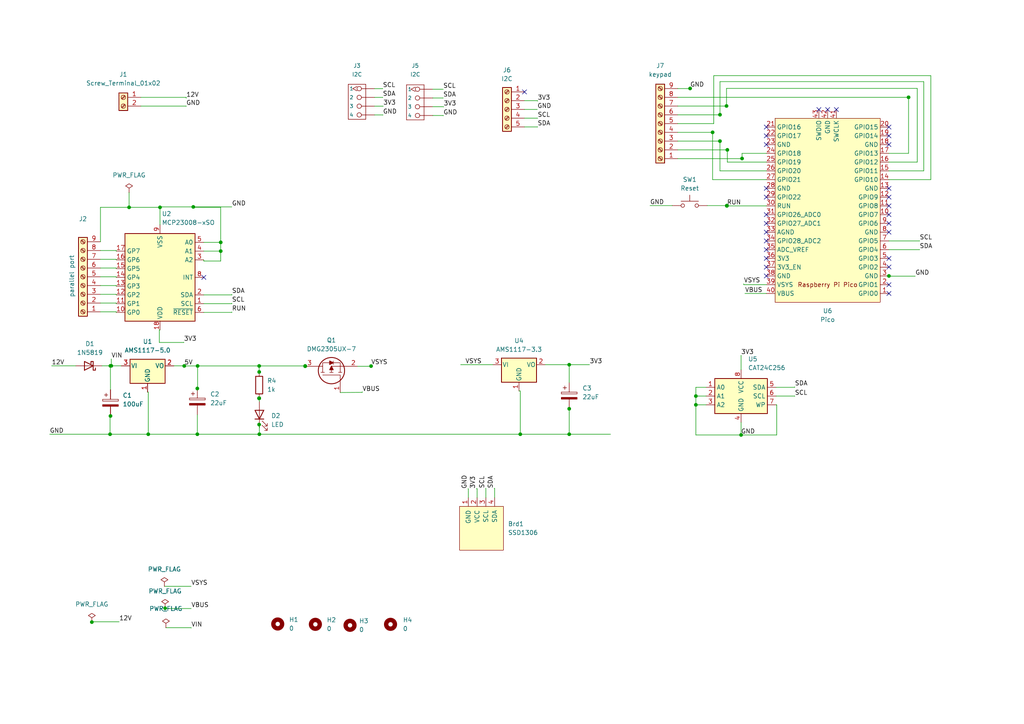
<source format=kicad_sch>
(kicad_sch (version 20211123) (generator eeschema)
  (paper "A4")
  (title_block (title "Bluetooth Low Energy Motor Control") (date "2024-08-18") (rev "1."))
  (lib_symbols
    (symbol "Connector:Screw_Terminal_01x02" (pin_names (offset 1.016) hide)
      (property "Reference" "J" (at 0 2.54 0))
      (property "Value" "Screw_Terminal_01x02" (at 0 -5.08 0))
      (symbol "Screw_Terminal_01x02_1_1"
        (rectangle (start -1.27 1.27) (end 1.27 -3.81) (stroke (width 0.254)) (fill (type background)))
        (circle (center 0 -2.54) (radius 0.635) (stroke (width 0.1524)))
        (polyline (pts (xy -0.5334 -2.2098) (xy 0.3302 -3.048)) (stroke (width 0.1524)))
        (polyline (pts (xy -0.5334 0.3302) (xy 0.3302 -0.508)) (stroke (width 0.1524)))
        (polyline (pts (xy -0.3556 -2.032) (xy 0.508 -2.8702)) (stroke (width 0.1524)))
        (polyline (pts (xy -0.3556 0.508) (xy 0.508 -0.3302)) (stroke (width 0.1524)))
        (circle (center 0 0) (radius 0.635) (stroke (width 0.1524)))
        (pin passive line (at -5.08 0 0) (length 3.81) (name "Pin_1") (number "1"))
        (pin passive line (at -5.08 -2.54 0) (length 3.81) (name "Pin_2") (number "2"))
      )
    )
    (symbol "Connector:Screw_Terminal_01x05" (pin_names (offset 1.016) hide)
      (property "Reference" "J" (at 0 7.62 0))
      (property "Value" "Screw_Terminal_01x05" (at 0 -7.62 0))
      (symbol "Screw_Terminal_01x05_1_1"
        (rectangle (start -1.27 6.35) (end 1.27 -6.35) (stroke (width 0.254)) (fill (type background)))
        (circle (center 0 -5.08) (radius 0.635) (stroke (width 0.1524)))
        (circle (center 0 -2.54) (radius 0.635) (stroke (width 0.1524)))
        (polyline (pts (xy -0.5334 -4.7498) (xy 0.3302 -5.588)) (stroke (width 0.1524)))
        (polyline (pts (xy -0.5334 -2.2098) (xy 0.3302 -3.048)) (stroke (width 0.1524)))
        (polyline (pts (xy -0.5334 0.3302) (xy 0.3302 -0.508)) (stroke (width 0.1524)))
        (polyline (pts (xy -0.5334 2.8702) (xy 0.3302 2.032)) (stroke (width 0.1524)))
        (polyline (pts (xy -0.5334 5.4102) (xy 0.3302 4.572)) (stroke (width 0.1524)))
        (polyline (pts (xy -0.3556 -4.572) (xy 0.508 -5.4102)) (stroke (width 0.1524)))
        (polyline (pts (xy -0.3556 -2.032) (xy 0.508 -2.8702)) (stroke (width 0.1524)))
        (polyline (pts (xy -0.3556 0.508) (xy 0.508 -0.3302)) (stroke (width 0.1524)))
        (polyline (pts (xy -0.3556 3.048) (xy 0.508 2.2098)) (stroke (width 0.1524)))
        (polyline (pts (xy -0.3556 5.588) (xy 0.508 4.7498)) (stroke (width 0.1524)))
        (circle (center 0 0) (radius 0.635) (stroke (width 0.1524)))
        (circle (center 0 2.54) (radius 0.635) (stroke (width 0.1524)))
        (circle (center 0 5.08) (radius 0.635) (stroke (width 0.1524)))
        (pin passive line (at -5.08 5.08 0) (length 3.81) (name "Pin_1") (number "1"))
        (pin passive line (at -5.08 2.54 0) (length 3.81) (name "Pin_2") (number "2"))
        (pin passive line (at -5.08 0 0) (length 3.81) (name "Pin_3") (number "3"))
        (pin passive line (at -5.08 -2.54 0) (length 3.81) (name "Pin_4") (number "4"))
        (pin passive line (at -5.08 -5.08 0) (length 3.81) (name "Pin_5") (number "5"))
      )
    )
    (symbol "Connector:Screw_Terminal_01x09" (pin_names (offset 1.016) hide)
      (property "Reference" "J" (at 0 12.7 0))
      (property "Value" "Screw_Terminal_01x09" (at 0 -12.7 0))
      (symbol "Screw_Terminal_01x09_1_1"
        (rectangle (start -1.27 11.43) (end 1.27 -11.43) (stroke (width 0.254)) (fill (type background)))
        (circle (center 0 -10.16) (radius 0.635) (stroke (width 0.1524)))
        (circle (center 0 -7.62) (radius 0.635) (stroke (width 0.1524)))
        (circle (center 0 -5.08) (radius 0.635) (stroke (width 0.1524)))
        (circle (center 0 -2.54) (radius 0.635) (stroke (width 0.1524)))
        (polyline (pts (xy -0.5334 -9.8298) (xy 0.3302 -10.668)) (stroke (width 0.1524)))
        (polyline (pts (xy -0.5334 -7.2898) (xy 0.3302 -8.128)) (stroke (width 0.1524)))
        (polyline (pts (xy -0.5334 -4.7498) (xy 0.3302 -5.588)) (stroke (width 0.1524)))
        (polyline (pts (xy -0.5334 -2.2098) (xy 0.3302 -3.048)) (stroke (width 0.1524)))
        (polyline (pts (xy -0.5334 0.3302) (xy 0.3302 -0.508)) (stroke (width 0.1524)))
        (polyline (pts (xy -0.5334 2.8702) (xy 0.3302 2.032)) (stroke (width 0.1524)))
        (polyline (pts (xy -0.5334 5.4102) (xy 0.3302 4.572)) (stroke (width 0.1524)))
        (polyline (pts (xy -0.5334 7.9502) (xy 0.3302 7.112)) (stroke (width 0.1524)))
        (polyline (pts (xy -0.5334 10.4902) (xy 0.3302 9.652)) (stroke (width 0.1524)))
        (polyline (pts (xy -0.3556 -9.652) (xy 0.508 -10.4902)) (stroke (width 0.1524)))
        (polyline (pts (xy -0.3556 -7.112) (xy 0.508 -7.9502)) (stroke (width 0.1524)))
        (polyline (pts (xy -0.3556 -4.572) (xy 0.508 -5.4102)) (stroke (width 0.1524)))
        (polyline (pts (xy -0.3556 -2.032) (xy 0.508 -2.8702)) (stroke (width 0.1524)))
        (polyline (pts (xy -0.3556 0.508) (xy 0.508 -0.3302)) (stroke (width 0.1524)))
        (polyline (pts (xy -0.3556 3.048) (xy 0.508 2.2098)) (stroke (width 0.1524)))
        (polyline (pts (xy -0.3556 5.588) (xy 0.508 4.7498)) (stroke (width 0.1524)))
        (polyline (pts (xy -0.3556 8.128) (xy 0.508 7.2898)) (stroke (width 0.1524)))
        (polyline (pts (xy -0.3556 10.668) (xy 0.508 9.8298)) (stroke (width 0.1524)))
        (circle (center 0 0) (radius 0.635) (stroke (width 0.1524)))
        (circle (center 0 2.54) (radius 0.635) (stroke (width 0.1524)))
        (circle (center 0 5.08) (radius 0.635) (stroke (width 0.1524)))
        (circle (center 0 7.62) (radius 0.635) (stroke (width 0.1524)))
        (circle (center 0 10.16) (radius 0.635) (stroke (width 0.1524)))
        (pin passive line (at -5.08 10.16 0) (length 3.81) (name "Pin_1") (number "1"))
        (pin passive line (at -5.08 7.62 0) (length 3.81) (name "Pin_2") (number "2"))
        (pin passive line (at -5.08 5.08 0) (length 3.81) (name "Pin_3") (number "3"))
        (pin passive line (at -5.08 2.54 0) (length 3.81) (name "Pin_4") (number "4"))
        (pin passive line (at -5.08 0 0) (length 3.81) (name "Pin_5") (number "5"))
        (pin passive line (at -5.08 -2.54 0) (length 3.81) (name "Pin_6") (number "6"))
        (pin passive line (at -5.08 -5.08 0) (length 3.81) (name "Pin_7") (number "7"))
        (pin passive line (at -5.08 -7.62 0) (length 3.81) (name "Pin_8") (number "8"))
        (pin passive line (at -5.08 -10.16 0) (length 3.81) (name "Pin_9") (number "9"))
      )
    )
    (symbol "DMG2305UX-7:DMG2305UX-7" (pin_names (offset 0.762))
      (property "Reference" "Q" (at 11.43 3.81 0))
      (property "Value" "DMG2305UX-7" (at 11.43 1.27 0))
      (symbol "DMG2305UX-7_0_0"
        (pin passive line (at 0 0 0) (length 2.54) (name "~") (number "1"))
        (pin passive line (at 7.62 -5.08 90) (length 2.54) (name "~") (number "2"))
        (pin passive line (at 7.62 10.16 270) (length 2.54) (name "~") (number "3"))
      )
      (symbol "DMG2305UX-7_0_1"
        (polyline (pts (xy 5.842 -0.508) (xy 5.842 0.508)) (stroke (width 0.1524)))
        (polyline (pts (xy 5.842 0) (xy 7.62 0)) (stroke (width 0.1524)))
        (polyline (pts (xy 5.842 2.032) (xy 5.842 3.048)) (stroke (width 0.1524)))
        (polyline (pts (xy 5.842 5.588) (xy 5.842 4.572)) (stroke (width 0.1524)))
        (polyline (pts (xy 7.62 2.54) (xy 5.842 2.54)) (stroke (width 0.1524)))
        (polyline (pts (xy 7.62 2.54) (xy 7.62 -2.54)) (stroke (width 0.1524)))
        (polyline (pts (xy 7.62 5.08) (xy 5.842 5.08)) (stroke (width 0.1524)))
        (polyline (pts (xy 7.62 5.08) (xy 7.62 7.62)) (stroke (width 0.1524)))
        (polyline (pts (xy 8.128 2.032) (xy 9.144 2.032)) (stroke (width 0.1524)))
        (polyline (pts (xy 2.54 0) (xy 5.08 0) (xy 5.08 5.08)) (stroke (width 0.1524)))
        (polyline (pts (xy 8.636 2.032) (xy 8.636 0) (xy 7.62 0)) (stroke (width 0.1524)))
        (polyline (pts (xy 8.636 3.048) (xy 8.636 5.08) (xy 7.62 5.08)) (stroke (width 0.1524)))
        (polyline (pts (xy 7.62 2.54) (xy 6.604 3.048) (xy 6.604 2.032) (xy 7.62 2.54)) (stroke (width 0.254)) (fill (type outline)))
        (polyline (pts (xy 8.636 2.032) (xy 8.128 3.048) (xy 9.144 3.048) (xy 8.636 2.032)) (stroke (width 0.254)) (fill (type outline)))
        (circle (center 6.35 2.54) (radius 3.81) (stroke (width 0.254)))
      )
    )
    (symbol "Device:C_Polarized" (pin_numbers hide) (pin_names (offset 0.254))
      (property "Reference" "C" (at 0.635 2.54 0))
      (property "Value" "C_Polarized" (at 0.635 -2.54 0))
      (symbol "C_Polarized_0_1"
        (rectangle (start -2.286 0.508) (end 2.286 1.016))
        (polyline (pts (xy -1.778 2.286) (xy -0.762 2.286)))
        (polyline (pts (xy -1.27 2.794) (xy -1.27 1.778)))
        (rectangle (start 2.286 -0.508) (end -2.286 -1.016) (fill (type outline)))
      )
      (symbol "C_Polarized_1_1"
        (pin passive line (at 0 3.81 270) (length 2.794) (name "~") (number "1"))
        (pin passive line (at 0 -3.81 90) (length 2.794) (name "~") (number "2"))
      )
    )
    (symbol "Device:LED" (pin_numbers hide) (pin_names (offset 1.016) hide)
      (property "Reference" "D" (at 0 2.54 0))
      (property "Value" "LED" (at 0 -2.54 0))
      (symbol "LED_0_1"
        (polyline (pts (xy -1.27 -1.27) (xy -1.27 1.27)) (stroke (width 0.254)))
        (polyline (pts (xy -1.27 0) (xy 1.27 0)))
        (polyline (pts (xy 1.27 -1.27) (xy 1.27 1.27) (xy -1.27 0) (xy 1.27 -1.27)) (stroke (width 0.254)))
        (polyline (pts (xy -3.048 -0.762) (xy -4.572 -2.286) (xy -3.81 -2.286) (xy -4.572 -2.286) (xy -4.572 -1.524)))
        (polyline (pts (xy -1.778 -0.762) (xy -3.302 -2.286) (xy -2.54 -2.286) (xy -3.302 -2.286) (xy -3.302 -1.524)))
      )
      (symbol "LED_1_1"
        (pin passive line (at -3.81 0 0) (length 2.54) (name "K") (number "1"))
        (pin passive line (at 3.81 0 180) (length 2.54) (name "A") (number "2"))
      )
    )
    (symbol "Device:R" (pin_numbers hide) (pin_names (offset 0))
      (property "Reference" "R" (at 2.032 0 90))
      (property "Value" "R" (at 0 0 90))
      (symbol "R_0_1"
        (rectangle (start -1.016 -2.54) (end 1.016 2.54) (stroke (width 0.254)))
      )
      (symbol "R_1_1"
        (pin passive line (at 0 3.81 270) (length 1.27) (name "~") (number "1"))
        (pin passive line (at 0 -3.81 90) (length 1.27) (name "~") (number "2"))
      )
    )
    (symbol "Diode:1N5819" (pin_numbers hide) (pin_names (offset 1.016) hide)
      (property "Reference" "D" (at 0 2.54 0))
      (property "Value" "1N5819" (at 0 -2.54 0))
      (symbol "1N5819_0_1"
        (polyline (pts (xy 1.27 0) (xy -1.27 0)))
        (polyline (pts (xy 1.27 1.27) (xy 1.27 -1.27) (xy -1.27 0) (xy 1.27 1.27)) (stroke (width 0.254)))
        (polyline (pts (xy -1.905 0.635) (xy -1.905 1.27) (xy -1.27 1.27) (xy -1.27 -1.27) (xy -0.635 -1.27) (xy -0.635 -0.635)) (stroke (width 0.254)))
      )
      (symbol "1N5819_1_1"
        (pin passive line (at -3.81 0 0) (length 2.54) (name "K") (number "1"))
        (pin passive line (at 3.81 0 180) (length 2.54) (name "A") (number "2"))
      )
    )
    (symbol "Interface_Expansion:MCP23008-xSO"
      (property "Reference" "U" (at -8.89 13.97 0))
      (property "Value" "MCP23008-xSO" (at 8.89 13.97 0))
      (symbol "MCP23008-xSO_0_1"
        (rectangle (start -10.16 12.7) (end 10.16 -12.7) (stroke (width 0.254)) (fill (type background)))
      )
      (symbol "MCP23008-xSO_1_1"
        (pin input line (at -12.7 7.62 0) (length 2.54) (name "SCL") (number "1"))
        (pin bidirectional line (at 12.7 10.16 180) (length 2.54) (name "GP0") (number "10"))
        (pin bidirectional line (at 12.7 7.62 180) (length 2.54) (name "GP1") (number "11"))
        (pin bidirectional line (at 12.7 5.08 180) (length 2.54) (name "GP2") (number "12"))
        (pin bidirectional line (at 12.7 2.54 180) (length 2.54) (name "GP3") (number "13"))
        (pin bidirectional line (at 12.7 0 180) (length 2.54) (name "GP4") (number "14"))
        (pin bidirectional line (at 12.7 -2.54 180) (length 2.54) (name "GP5") (number "15"))
        (pin bidirectional line (at 12.7 -5.08 180) (length 2.54) (name "GP6") (number "16"))
        (pin bidirectional line (at 12.7 -7.62 180) (length 2.54) (name "GP7") (number "17"))
        (pin power_in line (at 0 15.24 270) (length 2.54) (name "VDD") (number "18"))
        (pin bidirectional line (at -12.7 5.08 0) (length 2.54) (name "SDA") (number "2"))
        (pin input line (at -12.7 -5.08 0) (length 2.54) (name "A2") (number "3"))
        (pin input line (at -12.7 -7.62 0) (length 2.54) (name "A1") (number "4"))
        (pin input line (at -12.7 -10.16 0) (length 2.54) (name "A0") (number "5"))
        (pin input line (at -12.7 10.16 0) (length 2.54) (name "~{RESET}") (number "6"))
        (pin no_connect line (at -10.16 -2.54 0) (length 2.54) hide (name "NC") (number "7"))
        (pin output line (at -12.7 0 0) (length 2.54) (name "INT") (number "8"))
        (pin power_in line (at 0 -15.24 90) (length 2.54) (name "VSS") (number "9"))
      )
    )
    (symbol "MCU_RaspberryPi_and_Boards:Pico"
      (property "Reference" "U" (at -13.97 27.94 0))
      (property "Value" "Pico" (at 0 19.05 0))
      (symbol "Pico_0_0"
        (text "Raspberry Pi Pico" (at 0 21.59 0) (effects (font (size 1.27 1.27))))
      )
      (symbol "Pico_0_1"
        (rectangle (start -15.24 26.67) (end 15.24 -26.67) (fill (type background)))
      )
      (symbol "Pico_1_1"
        (pin bidirectional line (at -17.78 24.13 0) (length 2.54) (name "GPIO0") (number "1"))
        (pin bidirectional line (at -17.78 1.27 0) (length 2.54) (name "GPIO7") (number "10"))
        (pin bidirectional line (at -17.78 -1.27 0) (length 2.54) (name "GPIO8") (number "11"))
        (pin bidirectional line (at -17.78 -3.81 0) (length 2.54) (name "GPIO9") (number "12"))
        (pin power_in line (at -17.78 -6.35 0) (length 2.54) (name "GND") (number "13"))
        (pin bidirectional line (at -17.78 -8.89 0) (length 2.54) (name "GPIO10") (number "14"))
        (pin bidirectional line (at -17.78 -11.43 0) (length 2.54) (name "GPIO11") (number "15"))
        (pin bidirectional line (at -17.78 -13.97 0) (length 2.54) (name "GPIO12") (number "16"))
        (pin bidirectional line (at -17.78 -16.51 0) (length 2.54) (name "GPIO13") (number "17"))
        (pin power_in line (at -17.78 -19.05 0) (length 2.54) (name "GND") (number "18"))
        (pin bidirectional line (at -17.78 -21.59 0) (length 2.54) (name "GPIO14") (number "19"))
        (pin bidirectional line (at -17.78 21.59 0) (length 2.54) (name "GPIO1") (number "2"))
        (pin bidirectional line (at -17.78 -24.13 0) (length 2.54) (name "GPIO15") (number "20"))
        (pin bidirectional line (at 17.78 -24.13 180) (length 2.54) (name "GPIO16") (number "21"))
        (pin bidirectional line (at 17.78 -21.59 180) (length 2.54) (name "GPIO17") (number "22"))
        (pin power_in line (at 17.78 -19.05 180) (length 2.54) (name "GND") (number "23"))
        (pin bidirectional line (at 17.78 -16.51 180) (length 2.54) (name "GPIO18") (number "24"))
        (pin bidirectional line (at 17.78 -13.97 180) (length 2.54) (name "GPIO19") (number "25"))
        (pin bidirectional line (at 17.78 -11.43 180) (length 2.54) (name "GPIO20") (number "26"))
        (pin bidirectional line (at 17.78 -8.89 180) (length 2.54) (name "GPIO21") (number "27"))
        (pin power_in line (at 17.78 -6.35 180) (length 2.54) (name "GND") (number "28"))
        (pin bidirectional line (at 17.78 -3.81 180) (length 2.54) (name "GPIO22") (number "29"))
        (pin power_in line (at -17.78 19.05 0) (length 2.54) (name "GND") (number "3"))
        (pin input line (at 17.78 -1.27 180) (length 2.54) (name "RUN") (number "30"))
        (pin bidirectional line (at 17.78 1.27 180) (length 2.54) (name "GPIO26_ADC0") (number "31"))
        (pin bidirectional line (at 17.78 3.81 180) (length 2.54) (name "GPIO27_ADC1") (number "32"))
        (pin power_in line (at 17.78 6.35 180) (length 2.54) (name "AGND") (number "33"))
        (pin bidirectional line (at 17.78 8.89 180) (length 2.54) (name "GPIO28_ADC2") (number "34"))
        (pin power_in line (at 17.78 11.43 180) (length 2.54) (name "ADC_VREF") (number "35"))
        (pin power_in line (at 17.78 13.97 180) (length 2.54) (name "3V3") (number "36"))
        (pin input line (at 17.78 16.51 180) (length 2.54) (name "3V3_EN") (number "37"))
        (pin bidirectional line (at 17.78 19.05 180) (length 2.54) (name "GND") (number "38"))
        (pin power_in line (at 17.78 21.59 180) (length 2.54) (name "VSYS") (number "39"))
        (pin bidirectional line (at -17.78 16.51 0) (length 2.54) (name "GPIO2") (number "4"))
        (pin power_in line (at 17.78 24.13 180) (length 2.54) (name "VBUS") (number "40"))
        (pin input line (at -2.54 -29.21 90) (length 2.54) (name "SWCLK") (number "41"))
        (pin power_in line (at 0 -29.21 90) (length 2.54) (name "GND") (number "42"))
        (pin bidirectional line (at 2.54 -29.21 90) (length 2.54) (name "SWDIO") (number "43"))
        (pin bidirectional line (at -17.78 13.97 0) (length 2.54) (name "GPIO3") (number "5"))
        (pin bidirectional line (at -17.78 11.43 0) (length 2.54) (name "GPIO4") (number "6"))
        (pin bidirectional line (at -17.78 8.89 0) (length 2.54) (name "GPIO5") (number "7"))
        (pin power_in line (at -17.78 6.35 0) (length 2.54) (name "GND") (number "8"))
        (pin bidirectional line (at -17.78 3.81 0) (length 2.54) (name "GPIO6") (number "9"))
      )
    )
    (symbol "Mechanical:MountingHole" (pin_names (offset 1.016))
      (property "Reference" "H" (at 0 5.08 0))
      (property "Value" "MountingHole" (at 0 3.175 0))
      (symbol "MountingHole_0_1"
        (circle (center 0 0) (radius 1.27) (stroke (width 1.27)))
      )
    )
    (symbol "Memory_EEPROM:CAT24C256"
      (property "Reference" "U" (at -6.35 6.35 0))
      (property "Value" "CAT24C256" (at 1.27 6.35 0))
      (symbol "CAT24C256_1_1"
        (rectangle (start -7.62 5.08) (end 7.62 -5.08) (stroke (width 0.254)) (fill (type background)))
        (pin input line (at -10.16 2.54 0) (length 2.54) (name "A0") (number "1"))
        (pin input line (at -10.16 0 0) (length 2.54) (name "A1") (number "2"))
        (pin input line (at -10.16 -2.54 0) (length 2.54) (name "A2") (number "3"))
        (pin power_in line (at 0 -7.62 90) (length 2.54) (name "GND") (number "4"))
        (pin bidirectional line (at 10.16 2.54 180) (length 2.54) (name "SDA") (number "5"))
        (pin input line (at 10.16 0 180) (length 2.54) (name "SCL") (number "6"))
        (pin input line (at 10.16 -2.54 180) (length 2.54) (name "WP") (number "7"))
        (pin power_in line (at 0 7.62 270) (length 2.54) (name "VCC") (number "8"))
      )
    )
    (symbol "OPL_Connector:GROVE-CONNECTOR-DIP_4P-2.0_" (pin_numbers hide) (pin_names (offset 1.016))
      (property "Reference" "J" (at -6.35 6.35 0))
      (property "Value" "GROVE-CONNECTOR-DIP_4P-2.0_" (at 0 6.35 0))
      (symbol "GROVE-CONNECTOR-DIP_4P-2.0__1_0"
        (polyline (pts (xy -1.27 -5.08) (xy -1.27 5.08)))
        (polyline (pts (xy -1.27 5.08) (xy 3.81 5.08)))
        (polyline (pts (xy 3.81 -5.08) (xy -1.27 -5.08)))
        (polyline (pts (xy 3.81 5.08) (xy 3.81 -5.08)))
      )
      (symbol "GROVE-CONNECTOR-DIP_4P-2.0__1_1"
        (pin bidirectional inverted_clock (at -3.81 3.81 0) (length 5.08) (name "1") (number "1"))
        (pin bidirectional inverted (at -3.81 1.27 0) (length 5.08) (name "2") (number "2"))
        (pin bidirectional inverted (at -3.81 -1.27 0) (length 5.08) (name "3") (number "3"))
        (pin bidirectional inverted (at -3.81 -3.81 0) (length 5.08) (name "4") (number "4"))
      )
    )
    (symbol "Regulator_Linear:AMS1117-3.3" (pin_names (offset 0.254))
      (property "Reference" "U" (at -3.81 3.175 0))
      (property "Value" "AMS1117-3.3" (at 0 3.175 0))
      (symbol "AMS1117-3.3_0_1"
        (rectangle (start -5.08 -5.08) (end 5.08 1.905) (stroke (width 0.254)) (fill (type background)))
      )
      (symbol "AMS1117-3.3_1_1"
        (pin power_in line (at 0 -7.62 90) (length 2.54) (name "GND") (number "1"))
        (pin power_out line (at 7.62 0 180) (length 2.54) (name "VO") (number "2"))
        (pin power_in line (at -7.62 0 0) (length 2.54) (name "VI") (number "3"))
      )
    )
    (symbol "Regulator_Linear:AMS1117-5.0" (pin_names (offset 0.254))
      (property "Reference" "U" (at -3.81 3.175 0))
      (property "Value" "AMS1117-5.0" (at 0 3.175 0))
      (symbol "AMS1117-5.0_0_1"
        (rectangle (start -5.08 -5.08) (end 5.08 1.905) (stroke (width 0.254)) (fill (type background)))
      )
      (symbol "AMS1117-5.0_1_1"
        (pin power_in line (at 0 -7.62 90) (length 2.54) (name "GND") (number "1"))
        (pin power_out line (at 7.62 0 180) (length 2.54) (name "VO") (number "2"))
        (pin power_in line (at -7.62 0 0) (length 2.54) (name "VI") (number "3"))
      )
    )
    (symbol "SSD1306-128x64_OLED:SSD1306" (pin_names (offset 1.016))
      (property "Reference" "Brd" (at 0 -3.81 0))
      (property "Value" "SSD1306" (at 0 -1.27 0))
      (symbol "SSD1306_0_1"
        (rectangle (start -6.35 6.35) (end 6.35 -6.35) (fill (type background)))
      )
      (symbol "SSD1306_1_1"
        (pin input line (at -3.81 8.89 270) (length 2.54) (name "GND") (number "1"))
        (pin input line (at -1.27 8.89 270) (length 2.54) (name "VCC") (number "2"))
        (pin input line (at 1.27 8.89 270) (length 2.54) (name "SCL") (number "3"))
        (pin input line (at 3.81 8.89 270) (length 2.54) (name "SDA") (number "4"))
      )
    )
    (symbol "Switch:SW_Push" (pin_numbers hide) (pin_names (offset 1.016) hide)
      (property "Reference" "SW" (at 1.27 2.54 0))
      (property "Value" "SW_Push" (at 0 -1.524 0))
      (symbol "SW_Push_0_1"
        (circle (center -2.032 0) (radius 0.508))
        (polyline (pts (xy 0 1.27) (xy 0 3.048)))
        (polyline (pts (xy 2.54 1.27) (xy -2.54 1.27)))
        (circle (center 2.032 0) (radius 0.508))
        (pin passive line (at -5.08 0 0) (length 2.54) (name "1") (number "1"))
        (pin passive line (at 5.08 0 180) (length 2.54) (name "2") (number "2"))
      )
    )
    (symbol "power:PWR_FLAG" (power) (pin_numbers hide) (pin_names (offset 0) hide)
      (property "Value" "PWR_FLAG" (at 0 3.81 0))
      (symbol "PWR_FLAG_0_0"
        (pin power_out line (at 0 0 90) (length 0) (name "pwr") (number "1"))
      )
      (symbol "PWR_FLAG_0_1"
        (polyline (pts (xy 0 0) (xy 0 1.27) (xy -1.016 1.905) (xy 0 2.54) (xy 1.016 1.905) (xy 0 1.27)))
      )
    )
  )
  (junction (at 210.7189 30.7381))
  (junction (at 88.5138 106.2292))
  (junction (at 75.2236 125.948))
  (junction (at 263.5181 28.2271))
  (junction (at 107.6224 106.1824))
  (junction (at 53.4353 106.139))
  (junction (at 32.0449 120.6533))
  (junction (at 150.9022 125.948))
  (junction (at 208.8197 40.9271))
  (junction (at 32.0213 106.1064))
  (junction (at 57.2363 125.948))
  (junction (at 257.8281 80.0373))
  (junction (at 46.4082 60.1369))
  (junction (at 47.8864 176.4032))
  (junction (at 200.1591 25.6581))
  (junction (at 210.8216 59.6272))
  (junction (at 210.9555 43.4671))
  (junction (at 37.4416 60.1369))
  (junction (at 31.9198 125.948))
  (junction (at 64.0163 72.8339))
  (junction (at 214.9438 126.1546))
  (junction (at 165.0932 118.5628))
  (junction (at 57.3129 106.139))
  (junction (at 75.1754 107.8827))
  (junction (at 206.6838 38.3871))
  (junction (at 56.0588 60.009))
  (junction (at 208.8276 33.2781))
  (junction (at 215.2272 45.9781))
  (junction (at 201.8307 114.8779))
  (junction (at 165.0949 125.948))
  (junction (at 75.1754 115.5027))
  (junction (at 75.1507 115.5169))
  (junction (at 165.0932 105.7795))
  (junction (at 26.639 180.4353))
  (junction (at 57.2363 112.6785))
  (junction (at 75.1679 106.139))
  (junction (at 88.5138 106.139))
  (junction (at 32.2766 106.1064))
  (junction (at 64.0163 70.2939))
  (junction (at 43.0027 125.948))
  (junction (at 201.8307 117.4179))
  (junction (at 75.1542 123.1369))
  (junction (at 75.1542 115.5169))
  (junction (at 210.8216 59.7173))
  (no_connect (at 257.8281 85.1173))
  (no_connect (at 237.5081 31.7773))
  (no_connect (at 222.2681 72.4173))
  (no_connect (at 222.2681 62.2573))
  (no_connect (at 222.2681 54.6373))
  (no_connect (at 222.2681 80.0373))
  (no_connect (at 257.8281 67.3373))
  (no_connect (at 222.2681 77.4973))
  (no_connect (at 257.8281 77.4426))
  (no_connect (at 257.8281 82.5773))
  (no_connect (at 222.2681 41.9373))
  (no_connect (at 257.8281 57.1773))
  (no_connect (at 222.2681 39.3973))
  (no_connect (at 222.2681 74.9573))
  (no_connect (at 257.8281 59.7173))
  (no_connect (at 222.2681 67.3373))
  (no_connect (at 257.8281 41.9373))
  (no_connect (at 257.8281 39.3973))
  (no_connect (at 222.2681 69.8773))
  (no_connect (at 59.1082 80.4539))
  (no_connect (at 257.8281 64.7973))
  (no_connect (at 222.2681 64.7973))
  (no_connect (at 242.5881 31.7773))
  (no_connect (at 257.8281 62.2573))
  (no_connect (at 257.8281 74.9573))
  (no_connect (at 152.1247 26.657))
  (no_connect (at 240.0481 31.7773))
  (no_connect (at 257.8281 36.8573))
  (no_connect (at 257.8281 54.6373))
  (no_connect (at 222.2681 36.8573))
  (no_connect (at 222.2681 57.1773))
  (wire (pts (xy 40.8561 28.2346) (xy 53.9971 28.2346)))
  (wire (pts (xy 206.6838 52.0973) (xy 222.2681 52.0973)))
  (wire (pts (xy 33.7082 85.3646) (xy 33.7082 85.5339)))
  (wire (pts (xy 64.0163 60.1369) (xy 56.0588 60.1369)))
  (wire (pts (xy 105.0754 113.8024) (xy 105.0754 113.6306)))
  (wire (pts (xy 257.8281 77.4426) (xy 257.8281 77.4973)))
  (wire (pts (xy 110.9975 28.2533) (xy 110.9975 28.2071)))
  (wire (pts (xy 88.5138 106.139) (xy 88.5138 106.2292)))
  (wire (pts (xy 29.1396 77.7446) (xy 33.7082 77.7446)))
  (wire (pts (xy 208.8197 40.9271) (xy 208.8197 49.5573)))
  (wire (pts (xy 257.8281 69.8773) (xy 266.7 69.8773)))
  (wire (pts (xy 210.7189 30.7381) (xy 210.7189 25.6418)))
  (wire (pts (xy 225.2873 117.4179) (xy 225.1038 117.4179)))
  (wire (pts (xy 29.1396 60.1369) (xy 37.4416 60.1369)))
  (wire (pts (xy 75.1679 107.8827) (xy 75.1754 107.8827)))
  (wire (pts (xy 165.0949 125.948) (xy 177.074 125.948)))
  (wire (pts (xy 55.4536 182.0554) (xy 55.4536 182.1481)))
  (wire (pts (xy 208.8197 40.8981) (xy 208.8197 40.9271)))
  (wire (pts (xy 257.8281 85.3081) (xy 257.8281 85.1173)))
  (wire (pts (xy 230.5085 112.3379) (xy 230.5085 112.2001)))
  (wire (pts (xy 201.8307 112.3379) (xy 201.8307 114.8779)))
  (wire (pts (xy 32.0213 106.1064) (xy 32.2766 106.1064)))
  (wire (pts (xy 152.1247 36.817) (xy 155.9024 36.817)))
  (wire (pts (xy 29.1396 75.2046) (xy 33.7082 75.2046)))
  (wire (pts (xy 57.3129 106.139) (xy 75.1679 106.139)))
  (wire (pts (xy 43.0027 125.948) (xy 43.0027 113.7264)))
  (wire (pts (xy 266.0399 25.6418) (xy 266.0399 47.0173)))
  (wire (pts (xy 196.5759 38.3871) (xy 206.6838 38.3871)))
  (wire (pts (xy 53.9971 30.7746) (xy 53.9971 30.8504)))
  (wire (pts (xy 196.5759 40.9271) (xy 208.8197 40.9271)))
  (wire (pts (xy 269.9801 21.938) (xy 269.9801 52.0973)))
  (wire (pts (xy 53.4353 106.139) (xy 57.3129 106.139)))
  (wire (pts (xy 75.2236 125.948) (xy 150.9022 125.948)))
  (wire (pts (xy 57.2363 120.2985) (xy 57.2363 125.948)))
  (wire (pts (xy 210.7189 25.6418) (xy 266.0399 25.6418)))
  (wire (pts (xy 75.1679 106.139) (xy 75.1679 107.8827)))
  (wire (pts (xy 267.9312 23.6717) (xy 267.9312 49.5573)))
  (wire (pts (xy 215.2272 46.0071) (xy 215.2272 45.9781)))
  (wire (pts (xy 165.0949 118.5628) (xy 165.0932 118.5628)))
  (wire (pts (xy 196.5759 46.0071) (xy 215.2272 46.0071)))
  (wire (pts (xy 67.2462 85.5339) (xy 67.2462 85.3686)))
  (wire (pts (xy 43.0027 125.948) (xy 57.2363 125.948)))
  (wire (pts (xy 208.8276 33.2781) (xy 208.8276 23.6717)))
  (wire (pts (xy 201.8307 117.4179) (xy 204.7838 117.4179)))
  (wire (pts (xy 46.4082 60.1369) (xy 46.4082 65.2139)))
  (wire (pts (xy 67.2462 90.6139) (xy 67.2462 90.4798)))
  (wire (pts (xy 138.3813 141.7369) (xy 138.1709 141.7369)))
  (wire (pts (xy 64.0163 70.2939) (xy 64.0163 60.1369)))
  (wire (pts (xy 215.2272 44.4773) (xy 222.2681 44.4773)))
  (wire (pts (xy 56.0588 60.009) (xy 67.2462 60.009)))
  (wire (pts (xy 75.1679 106.139) (xy 88.5138 106.139)))
  (wire (pts (xy 196.5759 43.4671) (xy 210.9555 43.4671)))
  (wire (pts (xy 55.4536 176.5021) (xy 47.8864 176.5021)))
  (wire (pts (xy 29.1396 87.9046) (xy 33.7082 87.9046)))
  (wire (pts (xy 225.1038 112.3379) (xy 230.5085 112.3379)))
  (wire (pts (xy 208.8276 33.3071) (xy 208.8276 33.2781)))
  (wire (pts (xy 29.1396 85.3646) (xy 33.7082 85.3646)))
  (wire (pts (xy 33.7082 90.4446) (xy 33.7082 90.6139)))
  (wire (pts (xy 110.9975 25.7133) (xy 110.9975 25.6828)))
  (wire (pts (xy 59.1082 88.0739) (xy 67.2462 88.0739)))
  (wire (pts (xy 103.7538 106.2292) (xy 107.6224 106.2292)))
  (wire (pts (xy 150.9022 113.3995) (xy 150.5338 113.3995)))
  (wire (pts (xy 57.3129 106.139) (xy 57.3129 112.6785)))
  (wire (pts (xy 37.4416 60.1369) (xy 46.4082 60.1369)))
  (wire (pts (xy 257.8281 82.7571) (xy 257.8281 82.5773)))
  (wire (pts (xy 14.4151 125.948) (xy 31.9198 125.948)))
  (wire (pts (xy 266.7 69.8773) (xy 266.7 69.85)))
  (wire (pts (xy 29.1396 80.2846) (xy 33.7082 80.2846)))
  (wire (pts (xy 216.055 85.1173) (xy 222.2681 85.1173)))
  (wire (pts (xy 33.7082 82.8246) (xy 33.7082 82.9939)))
  (wire (pts (xy 267.9312 49.5573) (xy 257.8281 49.5573)))
  (wire (pts (xy 75.1754 115.5027) (xy 75.1507 115.5169)))
  (wire (pts (xy 201.8307 112.3379) (xy 204.7838 112.3379)))
  (wire (pts (xy 143.4613 144.3292) (xy 143.4613 141.6644)))
  (wire (pts (xy 75.1507 115.5169) (xy 75.1542 115.5169)))
  (wire (pts (xy 196.5759 33.3071) (xy 208.8276 33.3071)))
  (wire (pts (xy 257.8281 72.4173) (xy 266.7 72.4173)))
  (wire (pts (xy 111.0548 33.3333) (xy 111.0548 33.3705)))
  (wire (pts (xy 29.1396 70.1246) (xy 29.1396 60.1369)))
  (wire (pts (xy 29.1396 90.4446) (xy 33.7082 90.4446)))
  (wire (pts (xy 128.6478 30.9606) (xy 128.6478 31.0099)))
  (wire (pts (xy 210.8216 59.7173) (xy 222.2681 59.7173)))
  (wire (pts (xy 200.1591 25.6581) (xy 200.1591 25.5517)))
  (wire (pts (xy 33.7082 72.6646) (xy 33.7082 72.8339)))
  (wire (pts (xy 215.2272 45.9781) (xy 215.2272 44.4773)))
  (wire (pts (xy 210.9555 47.0173) (xy 222.2681 47.0173)))
  (wire (pts (xy 201.8307 114.8779) (xy 201.8307 117.4179)))
  (wire (pts (xy 31.9198 125.948) (xy 31.9198 120.6533)))
  (wire (pts (xy 59.1082 90.6139) (xy 67.2462 90.6139)))
  (wire (pts (xy 230.5085 114.8779) (xy 230.5085 114.9378)))
  (wire (pts (xy 201.8307 117.4179) (xy 201.8307 126.1546)))
  (wire (pts (xy 266.7 72.4173) (xy 266.7 72.39)))
  (wire (pts (xy 53.9971 28.2346) (xy 53.9971 28.5005)))
  (wire (pts (xy 48.1207 182.0554) (xy 55.4536 182.0554)))
  (wire (pts (xy 88.5138 106.1064) (xy 88.5138 106.139)))
  (wire (pts (xy 165.0932 105.7795) (xy 158.1538 105.7795)))
  (wire (pts (xy 26.639 180.3457) (xy 26.639 180.4353)))
  (wire (pts (xy 57.3129 112.6785) (xy 57.2363 112.6785)))
  (wire (pts (xy 214.9438 126.1546) (xy 225.2873 126.1546)))
  (wire (pts (xy 128.5793 33.5006) (xy 128.5793 33.5916)))
  (wire (pts (xy 59.1082 70.2939) (xy 64.0163 70.2939)))
  (wire (pts (xy 155.9024 34.277) (xy 155.9024 34.3086)))
  (wire (pts (xy 133.603 105.7795) (xy 142.9138 105.7795)))
  (wire (pts (xy 46.4082 60.009) (xy 56.0588 60.009)))
  (wire (pts (xy 210.8216 59.6272) (xy 210.8216 59.7173)))
  (wire (pts (xy 150.9022 125.948) (xy 165.0949 125.948)))
  (wire (pts (xy 125.5331 30.9606) (xy 128.6478 30.9606)))
  (wire (pts (xy 207.0151 35.8471) (xy 196.5759 35.8471)))
  (wire (pts (xy 53.4353 106.1064) (xy 53.4353 106.139)))
  (wire (pts (xy 108.6296 30.7933) (xy 111.1233 30.7933)))
  (wire (pts (xy 33.7082 80.2846) (xy 33.7082 80.4539)))
  (wire (pts (xy 225.2873 126.1546) (xy 225.2873 117.4179)))
  (wire (pts (xy 57.2363 125.948) (xy 75.2236 125.948)))
  (wire (pts (xy 46.2116 99.3261) (xy 46.2116 95.6939)))
  (wire (pts (xy 150.9022 125.948) (xy 150.9022 113.3995)))
  (wire (pts (xy 128.522 25.8806) (xy 128.522 25.9039)))
  (wire (pts (xy 152.1247 29.197) (xy 155.9024 29.197)))
  (wire (pts (xy 33.7082 75.2046) (xy 33.7082 75.3739)))
  (wire (pts (xy 46.2116 99.3261) (xy 53.3155 99.3261)))
  (wire (pts (xy 64.0163 72.8339) (xy 59.1082 72.8339)))
  (wire (pts (xy 43.0027 113.7264) (xy 42.8036 113.7264)))
  (wire (pts (xy 208.8197 49.5573) (xy 222.2681 49.5573)))
  (wire (pts (xy 125.5331 33.5006) (xy 128.5793 33.5006)))
  (wire (pts (xy 53.3155 99.3261) (xy 53.3155 99.2537)))
  (wire (pts (xy 140.9213 141.6644) (xy 140.8552 141.6644)))
  (wire (pts (xy 210.9555 43.4671) (xy 210.9555 47.0173)))
  (wire (pts (xy 210.9555 43.4381) (xy 210.9555 43.4671)))
  (wire (pts (xy 135.8413 144.3292) (xy 135.8413 141.7732)))
  (wire (pts (xy 143.4613 141.6644) (xy 143.3219 141.6644)))
  (wire (pts (xy 59.1082 75.7132) (xy 59.1082 75.3739)))
  (wire (pts (xy 75.2308 116.4651) (xy 75.1542 115.5169)))
  (wire (pts (xy 155.9024 29.197) (xy 155.9024 29.3368)))
  (wire (pts (xy 155.9024 36.817) (xy 155.9024 36.7658)))
  (wire (pts (xy 263.5181 28.2271) (xy 263.5181 44.4773)))
  (wire (pts (xy 31.9198 120.6533) (xy 32.0449 120.6533)))
  (wire (pts (xy 32.0213 106.1064) (xy 32.0449 113.0333)))
  (wire (pts (xy 29.1396 72.6646) (xy 33.7082 72.6646)))
  (wire (pts (xy 196.5759 25.6871) (xy 200.1591 25.6871)))
  (wire (pts (xy 50.4236 106.1064) (xy 53.4353 106.1064)))
  (wire (pts (xy 265.4611 80.0999) (xy 257.8281 80.0999)))
  (wire (pts (xy 125.5331 28.4206) (xy 128.522 28.4206)))
  (wire (pts (xy 210.7189 30.7671) (xy 210.7189 30.7381)))
  (wire (pts (xy 47.688 170.0547) (xy 55.4252 170.0547)))
  (wire (pts (xy 165.0932 110.9428) (xy 165.0932 105.7795)))
  (wire (pts (xy 64.0163 75.7132) (xy 59.1082 75.7132)))
  (wire (pts (xy 263.5181 44.4773) (xy 257.8281 44.4773)))
  (wire (pts (xy 215.7164 82.5773) (xy 215.7164 82.3163)))
  (wire (pts (xy 214.9438 107.2579) (xy 214.9438 103.1095)))
  (wire (pts (xy 205.1379 59.6272) (xy 210.8216 59.6272)))
  (wire (pts (xy 34.5567 180.3457) (xy 26.639 180.3457)))
  (wire (pts (xy 14.9782 106.1064) (xy 21.9505 106.1064)))
  (wire (pts (xy 165.0949 125.948) (xy 165.0949 118.5628)))
  (wire (pts (xy 107.6224 106.2292) (xy 107.6224 106.1824)))
  (wire (pts (xy 32.2766 104.113) (xy 32.2766 106.1064)))
  (wire (pts (xy 128.522 28.4206) (xy 128.522 28.4282)))
  (wire (pts (xy 257.8281 80.0999) (xy 257.8281 80.0373)))
  (wire (pts (xy 107.6224 106.1824) (xy 107.6224 106.0449)))
  (wire (pts (xy 196.5759 30.7671) (xy 210.7189 30.7671)))
  (wire (pts (xy 108.6296 25.7133) (xy 110.9975 25.7133)))
  (wire (pts (xy 108.6296 28.2533) (xy 110.9975 28.2533)))
  (wire (pts (xy 125.5331 25.8806) (xy 128.522 25.8806)))
  (wire (pts (xy 98.6738 113.8492) (xy 105.0754 113.8024)))
  (wire (pts (xy 207.0151 21.938) (xy 207.0151 35.8471)))
  (wire (pts (xy 200.1591 25.6871) (xy 200.1591 25.6581)))
  (wire (pts (xy 33.7082 77.7446) (xy 33.7082 77.9139)))
  (wire (pts (xy 222.2681 82.5773) (xy 215.7164 82.5773)))
  (wire (pts (xy 269.9801 52.0973) (xy 257.8281 52.0973)))
  (wire (pts (xy 64.0163 70.2939) (xy 64.1856 70.2939)))
  (wire (pts (xy 263.5181 28.1981) (xy 263.5181 28.2271)))
  (wire (pts (xy 152.1247 31.737) (xy 155.8452 31.737)))
  (wire (pts (xy 67.2462 88.0739) (xy 67.2462 87.9242)))
  (wire (pts (xy 40.8561 30.7746) (xy 53.9971 30.7746)))
  (wire (pts (xy 59.1082 85.5339) (xy 67.2462 85.5339)))
  (wire (pts (xy 208.8276 23.6717) (xy 267.9312 23.6717)))
  (wire (pts (xy 206.6838 38.3581) (xy 206.6838 38.3871)))
  (wire (pts (xy 56.0588 60.1369) (xy 56.0588 60.009)))
  (wire (pts (xy 75.2236 125.948) (xy 75.2236 123.1369)))
  (wire (pts (xy 225.1038 114.8779) (xy 230.5085 114.8779)))
  (wire (pts (xy 152.1247 34.277) (xy 155.9024 34.277)))
  (wire (pts (xy 214.9438 103.1095) (xy 214.9307 103.1095)))
  (wire (pts (xy 37.4416 55.8377) (xy 37.4416 60.1369)))
  (wire (pts (xy 29.5705 106.1064) (xy 32.0213 106.1064)))
  (wire (pts (xy 64.0163 72.8339) (xy 64.0163 75.7132)))
  (wire (pts (xy 75.2236 123.1369) (xy 75.1542 123.1369)))
  (wire (pts (xy 31.9198 125.948) (xy 43.0027 125.948)))
  (wire (pts (xy 165.0932 105.7795) (xy 170.9829 105.7795)))
  (wire (pts (xy 206.6838 38.3871) (xy 206.6838 52.0973)))
  (wire (pts (xy 266.0399 47.0173) (xy 257.8281 47.0173)))
  (wire (pts (xy 75.2308 124.0851) (xy 75.1542 123.1369)))
  (wire (pts (xy 108.6296 33.3333) (xy 111.0548 33.3333)))
  (wire (pts (xy 32.2766 106.1064) (xy 35.1836 106.1064)))
  (wire (pts (xy 196.5759 28.2271) (xy 263.5181 28.2271)))
  (wire (pts (xy 33.7082 87.9046) (xy 33.7082 88.0739)))
  (wire (pts (xy 46.4082 60.009) (xy 46.4082 60.1369)))
  (wire (pts (xy 138.3813 144.3292) (xy 138.3813 141.7369)))
  (wire (pts (xy 140.9213 144.3292) (xy 140.9213 141.6644)))
  (wire (pts (xy 135.8413 141.7732) (xy 135.7405 141.7732)))
  (wire (pts (xy 201.8307 126.1546) (xy 214.9438 126.1546)))
  (wire (pts (xy 29.1396 82.8246) (xy 33.7082 82.8246)))
  (wire (pts (xy 214.9438 122.4979) (xy 214.9438 126.1546)))
  (wire (pts (xy 188.5329 59.6272) (xy 194.9779 59.6272)))
  (wire (pts (xy 47.8864 176.5021) (xy 47.8864 176.4032)))
  (wire (pts (xy 111.1233 30.7933) (xy 111.1233 30.7888)))
  (wire (pts (xy 201.8307 114.8779) (xy 204.7838 114.8779)))
  (wire (pts (xy 46.2116 95.6939) (xy 46.4082 95.6939)))
  (wire (pts (xy 207.0151 21.938) (xy 269.9801 21.938)))
  (wire (pts (xy 64.0163 70.2939) (xy 64.0163 72.8339)))
  (label "SDA" (at 266.7 72.39 0))
  (label "VIN" (at 32.2766 104.113 0))
  (label "12V" (at 34.5567 180.3457 0))
  (label "GND" (at 200.1591 25.5517 0))
  (label "SCL" (at 266.7 69.85 0))
  (label "VBUS" (at 105.0754 113.8024 0))
  (label "SCL" (at 155.9024 34.3086 0))
  (label "5V" (at 53.4353 106.139 0))
  (label "SCL" (at 67.2462 87.9242 0))
  (label "SCL" (at 128.522 25.9039 0))
  (label "3V3" (at 53.3155 99.2537 0))
  (label "GND" (at 135.7405 141.7732 90))
  (label "SCL" (at 230.5085 114.9378 0))
  (label "3V3" (at 170.9829 105.7795 0))
  (label "GND" (at 14.4151 125.948 0))
  (label "SDA" (at 155.9024 36.7658 0))
  (label "SCL" (at 140.8552 141.6644 90))
  (label "3V3" (at 138.1709 141.7369 90))
  (label "12V" (at 53.9971 28.5005 0))
  (label "VBUS" (at 55.4536 176.5021 0))
  (label "SDA" (at 230.5085 112.2001 0))
  (label "GND" (at 155.8452 31.737 0))
  (label "GND" (at 111.0548 33.3705 0))
  (label "VSYS" (at 107.6224 106.0449 0))
  (label "GND" (at 188.5329 59.6272 0))
  (label "3V3" (at 214.9307 103.1095 0))
  (label "SDA" (at 110.9975 28.2071 0))
  (label "12V" (at 14.9782 106.1064 0))
  (label "VBUS" (at 216.055 85.1173 0))
  (label "3V3" (at 155.9024 29.3368 0))
  (label "RUN" (at 210.8216 59.7173 0))
  (label "SDA" (at 67.2462 85.3686 0))
  (label "3V3" (at 128.6478 31.0099 0))
  (label "SDA" (at 128.522 28.4282 0))
  (label "VSYS" (at 134.9292 105.7795 0))
  (label "VSYS" (at 55.4252 170.0547 0))
  (label "SDA" (at 143.3219 141.6644 90))
  (label "GND" (at 265.4611 80.0999 0))
  (label "3V3" (at 111.1233 30.7888 0))
  (label "RUN" (at 67.2462 90.4798 0))
  (label "VSYS" (at 215.7164 82.3163 0))
  (label "GND" (at 128.5793 33.5916 0))
  (label "GND" (at 53.9971 30.8504 0))
  (label "SCL" (at 110.9975 25.6828 0))
  (label "GND" (at 214.9307 126.1546 0))
  (label "VIN" (at 55.4536 182.1481 0))
  (label "GND" (at 67.2462 60.009 0))
  (symbol (lib_id "Device:C_Polarized") (at 32.0449 116.8433 0) (unit 1)
    (property "Reference" "C1" (at 35.56 114.6842 0) (effects (justify left)))
    (property "Value" "100uF" (at 35.56 117.2242 0) (effects (justify left)))
    (property "Footprint" "Capacitor_THT:CP_Radial_Tantal_D8.0mm_P5.00mm" (effects hide))
  )
  (symbol (lib_id "power:PWR_FLAG") (at 26.639 180.4353 0) (unit 1)
    (property "Reference" "#FLG02" (effects hide))
    (property "Value" "PWR_FLAG" (at 26.639 175.26 0))
  )
  (symbol (lib_id "Device:R") (at 75.1754 111.6927 0) (unit 1)
    (property "Reference" "R4" (at 77.47 110.4226 0) (effects (justify left)))
    (property "Value" "1k" (at 77.47 112.9626 0) (effects (justify left)))
    (property "Footprint" "Resistor_SMD:R_1206_3216Metric" (effects hide))
  )
  (symbol (lib_id "Switch:SW_Push") (at 200.0579 59.6272 0) (unit 1)
    (property "Reference" "SW1" (at 200.0579 52.07 0))
    (property "Value" "Reset" (at 200.0579 54.61 0))
    (property "Footprint" "Button_Switch_SMD:SW_Tactile_SPST_NO_Straight_CK_PTS636Sx25SMTRLFS" (effects hide))
  )
  (symbol (lib_id "Connector:Screw_Terminal_01x09") (at 191.4959 35.8471 180) (unit 1)
    (property "Reference" "J7" (at 191.4959 19.05 0))
    (property "Value" "keypad" (at 191.4959 21.59 0))
    (property "Footprint" "Connector_PinHeader_2.54mm:PinHeader_1x09_P2.54mm_Vertical" (effects hide))
  )
  (symbol (lib_id "OPL_Connector:GROVE-CONNECTOR-DIP_4P-2.0_") (at 121.7231 29.6906 0) (mirror y) (unit 1)
    (property "Reference" "J5" (at 120.4531 19.05 0) (effects (font (size 1.143 1.143))))
    (property "Value" "I2C" (at 120.4531 21.59 0) (effects (font (size 1.143 1.143))))
    (property "Footprint" "OPL_Connector:HW4-2.0" (effects hide))
    (property "SKU" "320110033" (effects hide))
  )
  (symbol (lib_id "Device:LED") (at 75.2308 120.2751 90) (unit 1)
    (property "Reference" "D2" (at 78.6392 120.5925 90) (effects (justify right)))
    (property "Value" "LED" (at 78.6392 123.1325 90) (effects (justify right)))
    (property "Footprint" "LED_THT:LED_D3.0mm" (effects hide))
  )
  (symbol (lib_id "Connector:Screw_Terminal_01x05") (at 147.0447 31.737 0) (mirror y) (unit 1)
    (property "Reference" "J6" (at 147.0447 20.32 0))
    (property "Value" "I2C" (at 147.0447 22.86 0))
    (property "Footprint" "Connector_PinHeader_2.54mm:PinHeader_1x05_P2.54mm_Vertical" (effects hide))
  )
  (symbol (lib_id "MCU_RaspberryPi_and_Boards:Pico") (at 240.0481 60.9873 180) (unit 1)
    (property "Reference" "U6" (at 240.0481 90.17 0))
    (property "Value" "Pico" (at 240.0481 92.71 0))
    (property "Footprint" "MCU_RaspberryPi_and_Boards:RP2040Pico" (effects hide))
  )
  (symbol (lib_id "Connector:Screw_Terminal_01x02") (at 35.7761 28.2346 0) (mirror y) (unit 1)
    (property "Reference" "J1" (at 35.7761 21.59 0))
    (property "Value" "Screw_Terminal_01x02" (at 35.7761 24.13 0))
    (property "Footprint" "TerminalBlock_Phoenix:TerminalBlock_Phoenix_PT-1,5-2-3.5-H_1x02_P3.50mm_Horizontal" (effects hide))
  )
  (symbol (lib_id "Memory_EEPROM:CAT24C256") (at 214.9438 114.8779 0) (unit 1)
    (property "Reference" "U5" (at 216.9632 104.14 0) (effects (justify left)))
    (property "Value" "CAT24C256" (at 216.9632 106.68 0) (effects (justify left)))
    (property "Footprint" "Package_DIP:DIP-8_W7.62mm_LongPads" (effects hide))
    (property "Datasheet" "https://www.onsemi.cn/PowerSolutions/document/CAT24C256-D.PDF" (effects hide))
  )
  (symbol (lib_id "SSD1306-128x64_OLED:SSD1306") (at 139.6513 153.2192 0) (unit 1)
    (property "Reference" "Brd1" (at 147.32 151.9491 0) (effects (justify left)))
    (property "Value" "SSD1306" (at 147.32 154.4891 0) (effects (justify left)))
    (property "Footprint" "oled:128x64OLED" (effects hide))
  )
  (symbol (lib_id "Interface_Expansion:MCP23008-xSO") (at 46.4082 80.4539 180) (unit 1)
    (property "Reference" "U2" (at 46.9288 62.0124 0) (effects (justify right)))
    (property "Value" "MCP23008-xSO" (at 46.9288 64.5524 0) (effects (justify right)))
    (property "Footprint" "Package_SO:SOIC-18W_7.5x11.6mm_P1.27mm" (effects hide))
    (property "Datasheet" "http://ww1.microchip.com/downloads/en/DeviceDoc/MCP23008-MCP23S08-Data-Sheet-20001919F.pdf" (effects hide))
  )
  (symbol (lib_id "Regulator_Linear:AMS1117-5.0") (at 42.8036 106.1064 0) (unit 1)
    (property "Reference" "U1" (at 42.8036 99.06 0))
    (property "Value" "AMS1117-5.0" (at 42.8036 101.6 0))
    (property "Footprint" "Package_TO_SOT_SMD:SOT-223-3_TabPin2" (effects hide))
    (property "Datasheet" "http://www.advanced-monolithic.com/pdf/ds1117.pdf" (effects hide))
  )
  (symbol (lib_id "Device:C_Polarized") (at 57.2363 116.4885 0) (unit 1)
    (property "Reference" "C2" (at 60.96 114.3294 0) (effects (justify left)))
    (property "Value" "22uF" (at 60.96 116.8694 0) (effects (justify left)))
    (property "Footprint" "Capacitor_THT:CP_Radial_Tantal_D8.0mm_P5.00mm" (effects hide))
  )
  (symbol (lib_id "Regulator_Linear:AMS1117-3.3") (at 150.5338 105.7795 0) (unit 1)
    (property "Reference" "U4" (at 150.5338 98.8202 0))
    (property "Value" "AMS1117-3.3" (at 150.5338 101.3602 0))
    (property "Footprint" "Package_TO_SOT_SMD:SOT-223-3_TabPin2" (effects hide))
    (property "Datasheet" "http://www.advanced-monolithic.com/pdf/ds1117.pdf" (effects hide))
  )
  (symbol (lib_id "Device:C_Polarized") (at 165.0932 114.7528 0) (unit 1)
    (property "Reference" "C3" (at 168.91 112.5937 0) (effects (justify left)))
    (property "Value" "22uF" (at 168.91 115.1337 0) (effects (justify left)))
    (property "Footprint" "Capacitor_THT:CP_Radial_Tantal_D8.0mm_P5.00mm" (effects hide))
  )
  (symbol (lib_id "Mechanical:MountingHole") (at 101.5232 181.3652 0) (unit 1)
    (property "Reference" "H3" (at 104.14 180.0951 0) (effects (justify left)))
    (property "Value" "0" (at 104.14 182.6351 0) (effects (justify left)))
    (property "Footprint" "MountingHole:MountingHole_3.2mm_M3" (effects hide))
  )
  (symbol (lib_id "power:PWR_FLAG") (at 47.688 170.0547 0) (unit 1)
    (property "Reference" "#FLG04" (effects hide))
    (property "Value" "PWR_FLAG" (at 47.688 165.1 0))
  )
  (symbol (lib_id "power:PWR_FLAG") (at 47.8864 176.4032 0) (unit 1)
    (property "Reference" "#FLG05" (effects hide))
    (property "Value" "PWR_FLAG" (at 47.8864 171.45 0))
  )
  (symbol (lib_id "power:PWR_FLAG") (at 37.4416 55.8377 0) (unit 1)
    (property "Reference" "#FLG03" (effects hide))
    (property "Value" "PWR_FLAG" (at 37.4416 50.8 0))
  )
  (symbol (lib_id "Mechanical:MountingHole") (at 91.4726 181.082 0) (unit 1)
    (property "Reference" "H2" (at 94.7405 179.8119 0) (effects (justify left)))
    (property "Value" "0" (at 94.7405 182.3519 0) (effects (justify left)))
    (property "Footprint" "MountingHole:MountingHole_3.2mm_M3" (effects hide))
  )
  (symbol (lib_id "DMG2305UX-7:DMG2305UX-7") (at 98.6738 113.8492 90) (unit 1)
    (property "Reference" "Q1" (at 96.1338 98.6759 90))
    (property "Value" "DMG2305UX-7" (at 96.1338 101.2159 90))
    (property "Footprint" "Package_TO_SOT_SMD:SOT-23-3" (effects hide))
    (property "Datasheet" "https://www.diodes.com/assets/Datasheets/DMG2305UX.pdf" (effects hide))
    (property "Description" "MOSFET P-Ch 20V 5A Enhancement SOT23 Diodes Inc DMG2305UX-7 P-channel MOSFET Transistor, -3.3 A, -20 V, 3-Pin SOT-23" (effects hide))
    (property "Height" "1.1" (effects hide))
    (property "Mouser Part Number" "621-DMG2305UX-7" (effects hide))
    (property "Mouser Price/Stock" "https://www.mouser.co.uk/ProductDetail/Diodes-Incorporated/DMG2305UX-7?qs=L1DZKBg7t5F%2FNBHrjfxC%252Bg%3D%3D" (effects hide))
    (property "Manufacturer_Name" "Diodes Inc." (effects hide))
    (property "Manufacturer_Part_Number" "DMG2305UX-7" (effects hide))
  )
  (symbol (lib_id "power:PWR_FLAG") (at 48.1207 182.0554 0) (unit 1)
    (property "Reference" "#FLG06" (effects hide))
    (property "Value" "PWR_FLAG" (at 48.1207 176.53 0))
  )
  (symbol (lib_id "OPL_Connector:GROVE-CONNECTOR-DIP_4P-2.0_") (at 104.8196 29.5233 0) (mirror y) (unit 1)
    (property "Reference" "J3" (at 103.5496 19.05 0) (effects (font (size 1.143 1.143))))
    (property "Value" "I2C" (at 103.5496 21.59 0) (effects (font (size 1.143 1.143))))
    (property "Footprint" "OPL_Connector:HW4-2.0" (effects hide))
    (property "SKU" "320110033" (effects hide))
  )
  (symbol (lib_id "Mechanical:MountingHole") (at 80.5521 180.9859 0) (unit 1)
    (property "Reference" "H1" (at 83.82 179.7158 0) (effects (justify left)))
    (property "Value" "0" (at 83.82 182.2558 0) (effects (justify left)))
    (property "Footprint" "MountingHole:MountingHole_3.2mm_M3" (effects hide))
  )
  (symbol (lib_id "Diode:1N5819") (at 25.7605 106.1064 180) (unit 1)
    (property "Reference" "D1" (at 26.078 99.72 0))
    (property "Value" "1N5819" (at 26.078 102.26 0))
    (property "Footprint" "Diode_THT:D_DO-41_SOD81_P10.16mm_Horizontal" (effects hide))
    (property "Datasheet" "http://www.vishay.com/docs/88525/1n5817.pdf" (effects hide))
  )
  (symbol (lib_id "Connector:Screw_Terminal_01x09") (at 24.0596 80.2846 180) (unit 1)
    (property "Reference" "J2" (at 24.0596 63.5 0))
    (property "Value" "parallel port" (at 20.8038 80.0666 90))
    (property "Footprint" "Connector_PinHeader_2.54mm:PinHeader_1x09_P2.54mm_Vertical" (effects hide))
  )
  (symbol (lib_id "Mechanical:MountingHole") (at 113.2726 181.082 0) (unit 1)
    (property "Reference" "H4" (at 116.84 179.8119 0) (effects (justify left)))
    (property "Value" "0" (at 116.84 182.3519 0) (effects (justify left)))
    (property "Footprint" "MountingHole:MountingHole_3.2mm_M3" (effects hide))
  )
)
</source>
